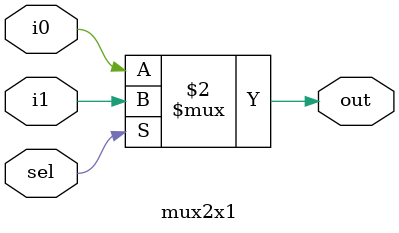
<source format=v>
`timescale 1ns / 1ps

module fs_using_2x1mux(input a,b,c,output wire diff, borrow);
wire out1, out2,out3,out4,out5;
mux2x1 u1(1,0,c,out1);
mux2x1 u2(c,out1,b,out2);
mux2x1 u3(1,0,out2,out3);
mux2x1 u4(out2,out3,a,diff);
mux2x1 u5(out2,0,a,out4);
mux2x1 u6(0,c,b,out5);
mux2x1 u7(out4,1,out5,borrow);
endmodule

module mux2x1(input i0,i1,sel,output reg out);
always@*
begin
out=sel?i1:i0;
end
endmodule


</source>
